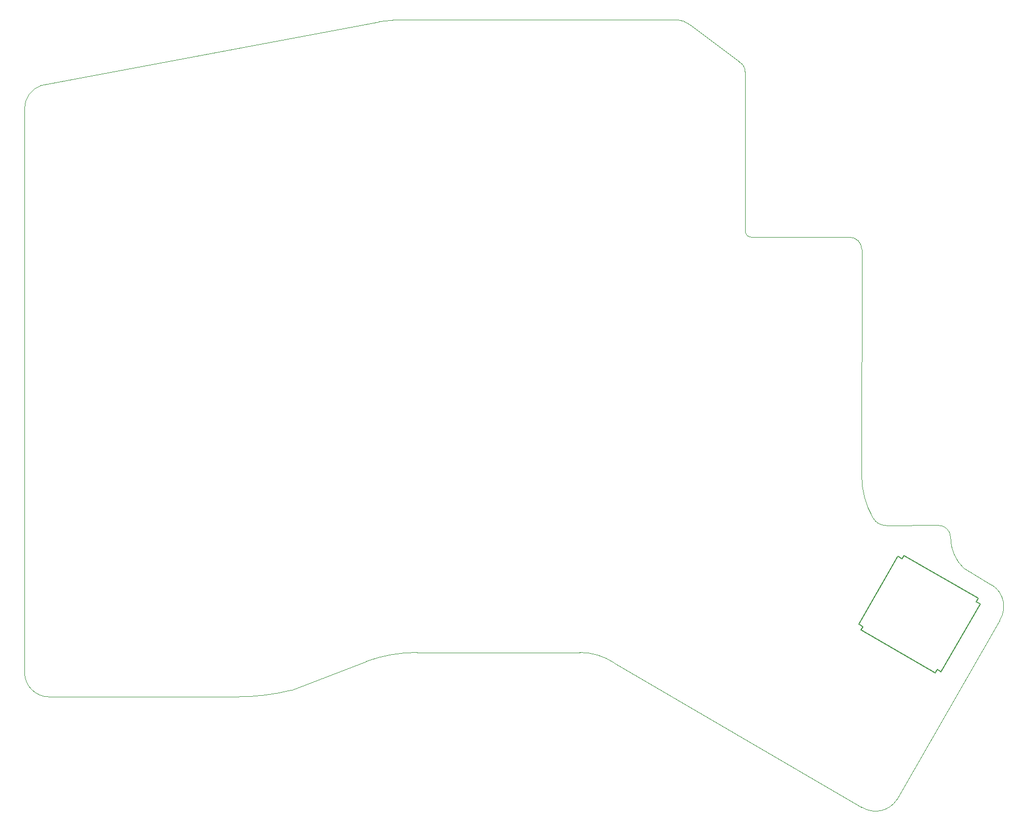
<source format=gm1>
G04 #@! TF.GenerationSoftware,KiCad,Pcbnew,(5.1.5)-3*
G04 #@! TF.CreationDate,2021-01-08T22:33:02-06:00*
G04 #@! TF.ProjectId,Top Plate,546f7020-506c-4617-9465-2e6b69636164,rev?*
G04 #@! TF.SameCoordinates,Original*
G04 #@! TF.FileFunction,Profile,NP*
%FSLAX46Y46*%
G04 Gerber Fmt 4.6, Leading zero omitted, Abs format (unit mm)*
G04 Created by KiCad (PCBNEW (5.1.5)-3) date 2021-01-08 22:33:02*
%MOMM*%
%LPD*%
G04 APERTURE LIST*
%ADD10C,0.050000*%
%ADD11C,0.200000*%
G04 APERTURE END LIST*
D10*
X134957150Y-47502742D02*
X90850000Y-47500000D01*
X145049254Y-54388865D02*
X136939999Y-48300001D01*
X146010001Y-82009999D02*
X145990000Y-56000000D01*
X145049254Y-54388865D02*
G75*
G02X145990000Y-56000000I-909254J-1611135D01*
G01*
X134957150Y-47502742D02*
G75*
G02X136939999Y-48300001I-387150J-3827258D01*
G01*
X163009999Y-82989901D02*
X146990745Y-82980158D01*
X146990745Y-82980158D02*
G75*
G02X146010001Y-82009999I9255J990158D01*
G01*
X163009999Y-82989901D02*
G75*
G02X165009999Y-85009999I1J-2000099D01*
G01*
X168987947Y-130016887D02*
X177424492Y-130001044D01*
X168987947Y-130016888D02*
G75*
G02X166837196Y-128781643I-87947J2336888D01*
G01*
X166837195Y-128781644D02*
G75*
G02X165000001Y-122009999I11892805J6861644D01*
G01*
X165010000Y-85010000D02*
X165000000Y-122010000D01*
X177424492Y-130001044D02*
G75*
G02X179499999Y-132000001I65508J-2008956D01*
G01*
X63150000Y-158000000D02*
X32500000Y-158000000D01*
X84209892Y-152214255D02*
X72098667Y-156893847D01*
X119052020Y-150751963D02*
X92500000Y-150750000D01*
X165000002Y-176000000D02*
X124649999Y-152450001D01*
X181649060Y-137025283D02*
X186249999Y-139750001D01*
X31250001Y-58200001D02*
X86331103Y-47815204D01*
X72098667Y-156893847D02*
G75*
G02X63150000Y-158000000I-8948667J35643847D01*
G01*
X84209892Y-152214255D02*
G75*
G02X92500000Y-150750000I8290108J-22735745D01*
G01*
X119052020Y-150751963D02*
G75*
G02X124649999Y-152450001I-52020J-10248037D01*
G01*
X181649060Y-137025283D02*
G75*
G02X179500000Y-132000000I4800940J5025283D01*
G01*
X86331103Y-47815204D02*
G75*
G02X90850000Y-47500000I4518897J-32234796D01*
G01*
X28499689Y-61999999D02*
X28500000Y-154000000D01*
X28499689Y-61999999D02*
G75*
G02X31250001Y-58200001I4000311J-1D01*
G01*
X32500000Y-158000000D02*
G75*
G02X28500000Y-154000000I0J4000000D01*
G01*
X187499999Y-145499999D02*
X170750000Y-174750000D01*
X170750000Y-174750000D02*
G75*
G02X165000002Y-176000000I-3499999J2249999D01*
G01*
X186249999Y-139750001D02*
G75*
G02X187499999Y-145499999I-2249999J-3499999D01*
G01*
D11*
X177302178Y-153542563D02*
X177002178Y-154062178D01*
X177951697Y-153917563D02*
X177302178Y-153542563D01*
X165177822Y-146542563D02*
X164528303Y-146167563D01*
X164877822Y-147062178D02*
X165177822Y-146542563D01*
X183702178Y-142457437D02*
X184351697Y-142832437D01*
X184002178Y-141937822D02*
X183702178Y-142457437D01*
X171577822Y-135457437D02*
X171877822Y-134937822D01*
X170928303Y-135082437D02*
X171577822Y-135457437D01*
X170928303Y-135082437D02*
X164528303Y-146167563D01*
X184351697Y-142832437D02*
X177951697Y-153917563D01*
X164877822Y-147062178D02*
X177002178Y-154062178D01*
X171877822Y-134937822D02*
X184002178Y-141937822D01*
M02*

</source>
